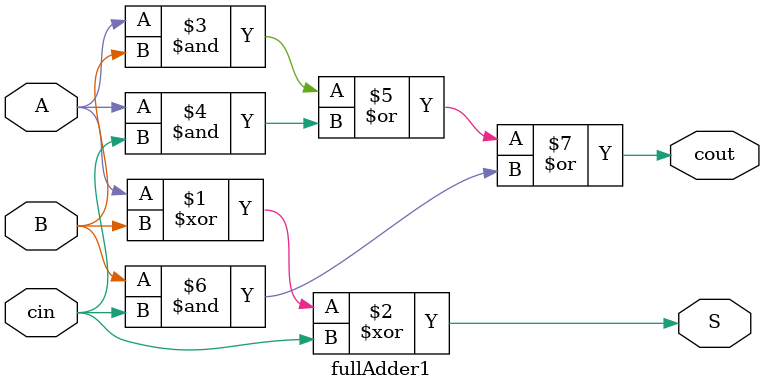
<source format=v>
module Part2(SW, KEY, HEX0, HEX4, HEX5, LEDR);
    // declaring variables
    input [9:0] SW;
	 input [9:0] LEDR;
	 input [6:0] HEX0;
	 input [6:0] HEX4;
	 input [6:0] HEX5;
	 input [2:0] KEY;
	 
	 wire [7:0] wirein; //input for register
	 wire [7:0] wireout; // output of register
	 
	 // clock is key 0 
	 // reset_n is sw 9
	 
	 // declaring register
	 register r1(
	     .d(wirein),
		  .clock(KEY[0]),
		  .reset_n(SW[9]),
		  .q(wireout)
	 );
	 
	 // calling ALU
	 ALU alu(
	     .a(SW[3:0]),
		  .b(wireout[3:0]),
		  .SW(SW[7:0]),
		  .out(wirein)
	 );
	 
	 // seven seg
	 seven_seg_decoder B(
	     .SW(SW[3:0]),
		  .HEX0(HEX0[6:0])
	 );
	 
	 seven_seg_decoder C(
	     .SW(wirein[3:0]),
		  .HEX0(HEX4[6:0])
	 );
	 
	 seven_seg_decoder D(
	     .SW(wirein[7:4]),
		  .HEX0(HEX5[6:0])
	 );
	 assign LEDR[0] = wirein[0];
	 assign LEDR[1] = wirein[1];
	 assign LEDR[2] = wirein[2];
	 assign LEDR[3] = wirein[3];
	 assign LEDR[4] = wirein[4];
	 assign LEDR[5] = wirein[5];
	 assign LEDR[6] = wirein[6];
	 assign LEDR[7] = wirein[7];
	 assign LEDR[8] = 1'b0;
	 assign LEDR[9] = 1'b0;
endmodule

module register(d, clock, reset_n, q);
    input clock, reset_n;
	 input [7:0]d;
	 output reg [7:0]q;
	 
    always @(posedge clock)
	 begin 
	     if (reset_n == 1'b0)
		      q <=1'b0;
		  else
		      q <=d;
	 end
endmodule

module ALU(a, b, SW, out);
    input [7:0] SW;
	 input [3:0] a;
	 input [3:0] b;
	 
	 output reg [7:0] out;
	 
	 wire [7:0] WIRE0, WIRE1;
	 
	 wire [7:0] adderIn;
	 assign adderIn[3:0] = b;
	 assign adderIn[7:4] = a;
	 
	 AddOne poo(
	     .LEDR(WIRE0),
		  .SW(a)
	 );
	 
	 Adder poo1(
	     .LEDR(WIRE1),
		  .SW(adderIn)
	 );
	 
	 always @(*)
	 begin
		case(SW[7:5])
			3'b000: out = WIRE0;
			3'b001: out = WIRE1;
			3'b010: out = {4'b0000, SW[7:4] + SW[3:0]};
			3'b011: out = {SW[7:4] | SW[3:0], SW[7:4] ^ SW[3:0]};
			3'b100: out = {7'b0000000, SW[7] | SW[6] | SW[5] | SW[4] | SW[3] | SW[2] | SW[1] | SW[0]};
			3'b101: out = SW[3:0] << SW[7:4];
			3'b110: out = SW[3:0] >> SW[7:4];
			3'b111: out = {SW[7:4] * SW[3:0]};
			default: out = 8'b00000000;
		endcase
    end

endmodule

module seven_seg_decoder(SW, HEX0);

    input [3:0] SW;
    output [6:0] HEX0;

    assign HEX0[0] = (~SW[3]&~SW[2]&~SW[1]&SW[0]) | (~SW[3]&SW[2]&~SW[1]&~SW[0]) | (SW[3]&SW[2]&~SW[1]&SW[0]) | (SW[3]&~SW[2]&SW[1]&SW[0]);
    assign HEX0[1] = (~SW[3]&SW[2]&~SW[1]&SW[0]) | (SW[3]&SW[2]&~SW[1]&~SW[0]) | (SW[3]&SW[1]&SW[0]) | (SW[2]&SW[1]&~SW[0]) | (SW[3]&SW[2]&SW[1]);
    assign HEX0[2] = (SW[3]&SW[2]&~SW[1]&~SW[0]) | (~SW[3]&~SW[2]&SW[1]&~SW[0]) | (SW[3]&SW[2]&SW[1]);
    assign HEX0[3] = (~SW[3]&SW[2]&~SW[1]&~SW[0]) | (~SW[3]&~SW[2]&~SW[1]&SW[0]) | (SW[2]&SW[1]&SW[0]) | (SW[3]&~SW[2]&SW[1]&~SW[0]); 
    assign HEX0[4] = (~SW[3]&SW[0]) | (~SW[3]&SW[2]&~SW[1]) | (~SW[2]&~SW[1]&SW[0]);
    assign HEX0[5] = (SW[3]&SW[2]&~SW[1]&SW[0]) | (~SW[3]&SW[1]&SW[0]) | (~SW[3]&~SW[2]&SW[0]) | (~SW[3]&~SW[2]&SW[1]);
    assign HEX0[6] = (SW[3]&SW[2]&~SW[1]&~SW[0]) | (~SW[3]&SW[2]&SW[1]&SW[0]) | (~SW[3]&~SW[2]&~SW[1]); 

endmodule

module Adder(LEDR, SW);
    input [7:0] SW; // 1-4 FIRST DIGIT, 5-8 SECOND DIGIT,0 FIRST CARRY
    output [7:0] LEDR;
    wire WIRE0;
         wire WIRE1;
         wire WIRE2;

         fullAdder1 bo(
             .A(SW[0]),
                  .B(SW[4]),
                  .cin(1'b0),
                  .S(LEDR[0]),
                  .cout(WIRE0)
         );

         fullAdder1 b1(
             .A(SW[1]),
                  .B(SW[5]),
                  .cin(WIRE0),
                  .S(LEDR[1]),
                  .cout(WIRE1)
         );

         fullAdder1 b2(
             .A(SW[2]),
                  .B(SW[6]),
                  .cin(WIRE1),
                  .S(LEDR[2]),
                  .cout(WIRE2)
         );

         fullAdder1 b3(
             .A(SW[3]),
                  .B(SW[7]),
                  .cin(WIRE2),
                  .S(LEDR[3]),
                  .cout(LEDR[4])
         );

         assign LEDR[5] = 1'b0;
         assign LEDR[6] = 1'b0;
         assign LEDR[7] = 1'b0;
endmodule

module AddOne(LEDR, SW);
    input [3:0] SW; // 1-4 FIRST DIGIT, 5-8 SECOND DIGIT,0 FIRST CARRY
    output [7:0] LEDR;
    wire WIRE0;
         wire WIRE1;
         wire WIRE2;

         fullAdder1 bo(
             .A(SW[0]),
                  .B(1'b1),
                  .cin(1'b0),
                  .S(LEDR[0]),
                  .cout(WIRE0)
         );

         fullAdder1 b1(
             .A(SW[1]),
                  .B(1'b0),
                  .cin(WIRE0),
                  .S(LEDR[1]),
                  .cout(WIRE1)
         );

         fullAdder1 b2(
             .A(SW[2]),
                  .B(1'b0),
                  .cin(WIRE1),
                  .S(LEDR[2]),
                  .cout(WIRE2)
         );

         fullAdder1 b3(
             .A(SW[3]),
				 .B(1'b0),
				 .cin(WIRE2),
				 .S(LEDR[3]),
				 .cout(LEDR[4])
			);
			
			assign LEDR[5] = 1'b0;
         assign LEDR[6] = 1'b0;
         assign LEDR[7] = 1'b0;
endmodule

module fullAdder1(A, B, cin, S, cout);
    input A; // bits to add
    input B;
    input cin; // carry value
         output cout; // carry out
    output S; //output value

    assign S = A ^ B^ cin;
         assign cout = (A&B) | (A&cin) | (B&cin);

endmodule
</source>
